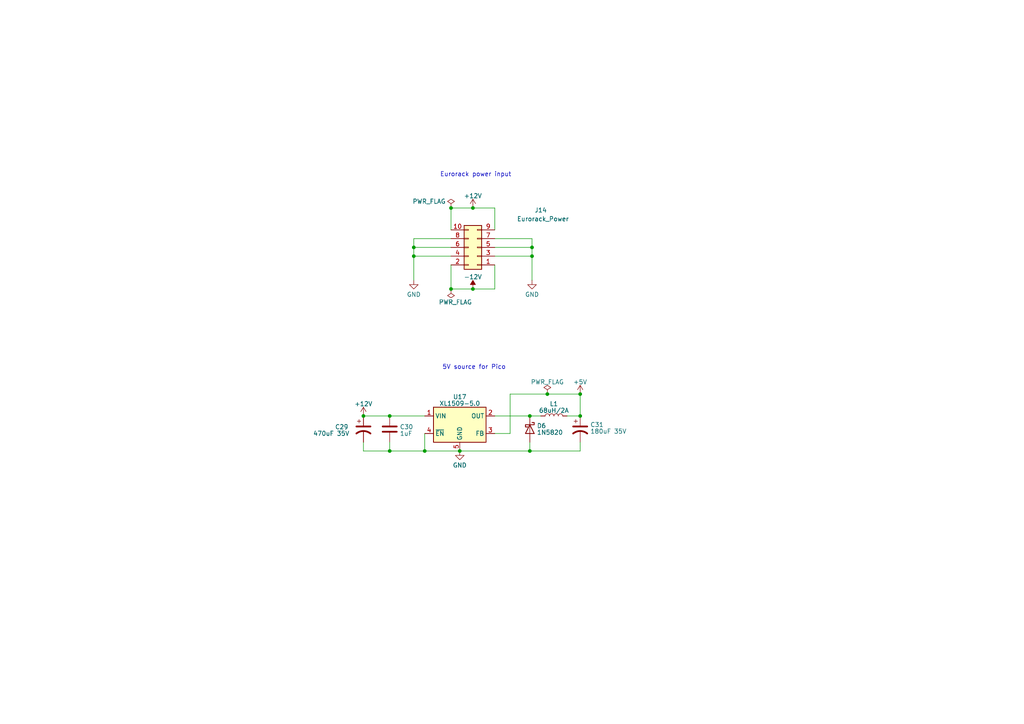
<source format=kicad_sch>
(kicad_sch (version 20230121) (generator eeschema)
  (paper "A4")
  (lib_symbols
    (symbol "Connector_Generic:Conn_02x05_Odd_Even" (pin_names (offset 1.016) hide)
      (property "Reference" "J" (at 1.27 7.62 0))
      (property "Value" "Conn_02x05_Odd_Even" (at 1.27 -7.62 0))
      (symbol "Conn_02x05_Odd_Even_1_1"
        (rectangle (start -1.27 -4.953) (end 0 -5.207) (stroke (width 0.1524)))
        (rectangle (start -1.27 -2.413) (end 0 -2.667) (stroke (width 0.1524)))
        (rectangle (start -1.27 0.127) (end 0 -0.127) (stroke (width 0.1524)))
        (rectangle (start -1.27 2.667) (end 0 2.413) (stroke (width 0.1524)))
        (rectangle (start -1.27 5.207) (end 0 4.953) (stroke (width 0.1524)))
        (rectangle (start -1.27 6.35) (end 3.81 -6.35) (stroke (width 0.254)) (fill (type background)))
        (rectangle (start 3.81 -4.953) (end 2.54 -5.207) (stroke (width 0.1524)))
        (rectangle (start 3.81 -2.413) (end 2.54 -2.667) (stroke (width 0.1524)))
        (rectangle (start 3.81 0.127) (end 2.54 -0.127) (stroke (width 0.1524)))
        (rectangle (start 3.81 2.667) (end 2.54 2.413) (stroke (width 0.1524)))
        (rectangle (start 3.81 5.207) (end 2.54 4.953) (stroke (width 0.1524)))
        (pin passive line (at -5.08 5.08 0) (length 3.81) (name "Pin_1") (number "1"))
        (pin passive line (at 7.62 -5.08 180) (length 3.81) (name "Pin_10") (number "10"))
        (pin passive line (at 7.62 5.08 180) (length 3.81) (name "Pin_2") (number "2"))
        (pin passive line (at -5.08 2.54 0) (length 3.81) (name "Pin_3") (number "3"))
        (pin passive line (at 7.62 2.54 180) (length 3.81) (name "Pin_4") (number "4"))
        (pin passive line (at -5.08 0 0) (length 3.81) (name "Pin_5") (number "5"))
        (pin passive line (at 7.62 0 180) (length 3.81) (name "Pin_6") (number "6"))
        (pin passive line (at -5.08 -2.54 0) (length 3.81) (name "Pin_7") (number "7"))
        (pin passive line (at 7.62 -2.54 180) (length 3.81) (name "Pin_8") (number "8"))
        (pin passive line (at -5.08 -5.08 0) (length 3.81) (name "Pin_9") (number "9"))
      )
    )
    (symbol "Device:C" (pin_numbers hide) (pin_names (offset 0.254))
      (property "Reference" "C" (at 0.635 2.54 0))
      (property "Value" "C" (at 0.635 -2.54 0))
      (symbol "C_0_1"
        (polyline (pts (xy -2.032 -0.762) (xy 2.032 -0.762)) (stroke (width 0.508)))
        (polyline (pts (xy -2.032 0.762) (xy 2.032 0.762)) (stroke (width 0.508)))
      )
      (symbol "C_1_1"
        (pin passive line (at 0 3.81 270) (length 2.794) (name "~") (number "1"))
        (pin passive line (at 0 -3.81 90) (length 2.794) (name "~") (number "2"))
      )
    )
    (symbol "Device:C_Polarized_US" (pin_numbers hide) (pin_names (offset 0.254) hide)
      (property "Reference" "C" (at 0.635 2.54 0))
      (property "Value" "C_Polarized_US" (at 0.635 -2.54 0))
      (symbol "C_Polarized_US_0_1"
        (polyline (pts (xy -2.032 0.762) (xy 2.032 0.762)) (stroke (width 0.508)))
        (polyline (pts (xy -1.778 2.286) (xy -0.762 2.286)))
        (polyline (pts (xy -1.27 1.778) (xy -1.27 2.794)))
        (arc (start 2.032 -1.27) (mid 0 -0.5572) (end -2.032 -1.27) (stroke (width 0.508)))
      )
      (symbol "C_Polarized_US_1_1"
        (pin passive line (at 0 3.81 270) (length 2.794) (name "~") (number "1"))
        (pin passive line (at 0 -3.81 90) (length 3.302) (name "~") (number "2"))
      )
    )
    (symbol "Device:L" (pin_numbers hide) (pin_names (offset 1.016) hide)
      (property "Reference" "L" (at -1.27 0 90))
      (property "Value" "L" (at 1.905 0 90))
      (symbol "L_0_1"
        (arc (start 0 -2.54) (mid 0.6323 -1.905) (end 0 -1.27))
        (arc (start 0 -1.27) (mid 0.6323 -0.635) (end 0 0))
        (arc (start 0 0) (mid 0.6323 0.635) (end 0 1.27))
        (arc (start 0 1.27) (mid 0.6323 1.905) (end 0 2.54))
      )
      (symbol "L_1_1"
        (pin passive line (at 0 3.81 270) (length 1.27) (name "1") (number "1"))
        (pin passive line (at 0 -3.81 90) (length 1.27) (name "2") (number "2"))
      )
    )
    (symbol "Diode:1N5820" (pin_numbers hide) (pin_names (offset 1.016) hide)
      (property "Reference" "D" (at 0 2.54 0))
      (property "Value" "1N5820" (at 0 -2.54 0))
      (symbol "1N5820_0_1"
        (polyline (pts (xy 1.27 0) (xy -1.27 0)))
        (polyline (pts (xy 1.27 1.27) (xy 1.27 -1.27) (xy -1.27 0) (xy 1.27 1.27)) (stroke (width 0.254)))
        (polyline (pts (xy -1.905 0.635) (xy -1.905 1.27) (xy -1.27 1.27) (xy -1.27 -1.27) (xy -0.635 -1.27) (xy -0.635 -0.635)) (stroke (width 0.254)))
      )
      (symbol "1N5820_1_1"
        (pin passive line (at -3.81 0 0) (length 2.54) (name "K") (number "1"))
        (pin passive line (at 3.81 0 180) (length 2.54) (name "A") (number "2"))
      )
    )
    (symbol "Regulator_Switching:XL1509-5.0"
      (property "Reference" "U" (at -7.112 6.096 0))
      (property "Value" "XL1509-5.0" (at 5.842 6.096 0))
      (symbol "XL1509-5.0_0_1"
        (rectangle (start -7.62 5.08) (end 7.62 -5.08) (stroke (width 0.254)) (fill (type background)))
      )
      (symbol "XL1509-5.0_1_1"
        (pin power_in line (at -10.16 2.54 0) (length 2.54) (name "VIN") (number "1"))
        (pin power_out line (at 10.16 2.54 180) (length 2.54) (name "OUT") (number "2"))
        (pin input line (at 10.16 -2.54 180) (length 2.54) (name "FB") (number "3"))
        (pin input line (at -10.16 -2.54 0) (length 2.54) (name "~{EN}") (number "4"))
        (pin power_in line (at 0 -7.62 90) (length 2.54) (name "GND") (number "5"))
        (pin passive line (at 0 -7.62 90) (length 2.54) hide (name "GND") (number "6"))
        (pin passive line (at 0 -7.62 90) (length 2.54) hide (name "GND") (number "7"))
        (pin passive line (at 0 -7.62 90) (length 2.54) hide (name "GND") (number "8"))
      )
    )
    (symbol "power:+12V" (power) (pin_names (offset 0))
      (property "Value" "+12V" (at 0 3.556 0))
      (symbol "+12V_0_1"
        (polyline (pts (xy -0.762 1.27) (xy 0 2.54)))
        (polyline (pts (xy 0 0) (xy 0 2.54)))
        (polyline (pts (xy 0 2.54) (xy 0.762 1.27)))
      )
      (symbol "+12V_1_1"
        (pin power_in line (at 0 0 90) (length 0) hide (name "+12V") (number "1"))
      )
    )
    (symbol "power:+5V" (power) (pin_names (offset 0))
      (property "Value" "+5V" (at 0 3.556 0))
      (symbol "+5V_0_1"
        (polyline (pts (xy -0.762 1.27) (xy 0 2.54)))
        (polyline (pts (xy 0 0) (xy 0 2.54)))
        (polyline (pts (xy 0 2.54) (xy 0.762 1.27)))
      )
      (symbol "+5V_1_1"
        (pin power_in line (at 0 0 90) (length 0) hide (name "+5V") (number "1"))
      )
    )
    (symbol "power:-12V" (power) (pin_names (offset 0))
      (property "Value" "-12V" (at 0 3.81 0))
      (symbol "-12V_0_0"
        (pin power_in line (at 0 0 90) (length 0) hide (name "-12V") (number "1"))
      )
      (symbol "-12V_0_1"
        (polyline (pts (xy 0 0) (xy 0 1.27) (xy 0.762 1.27) (xy 0 2.54) (xy -0.762 1.27) (xy 0 1.27)) (fill (type outline)))
      )
    )
    (symbol "power:GND" (power) (pin_names (offset 0))
      (property "Value" "GND" (at 0 -3.81 0))
      (symbol "GND_0_1"
        (polyline (pts (xy 0 0) (xy 0 -1.27) (xy 1.27 -1.27) (xy 0 -2.54) (xy -1.27 -1.27) (xy 0 -1.27)))
      )
      (symbol "GND_1_1"
        (pin power_in line (at 0 0 270) (length 0) hide (name "GND") (number "1"))
      )
    )
    (symbol "power:PWR_FLAG" (power) (pin_numbers hide) (pin_names (offset 0) hide)
      (property "Value" "PWR_FLAG" (at 0 3.81 0))
      (symbol "PWR_FLAG_0_0"
        (pin power_out line (at 0 0 90) (length 0) (name "pwr") (number "1"))
      )
      (symbol "PWR_FLAG_0_1"
        (polyline (pts (xy 0 0) (xy 0 1.27) (xy -1.016 1.905) (xy 0 2.54) (xy 1.016 1.905) (xy 0 1.27)))
      )
    )
  )
  (junction (at 168.275 114.3))
  (junction (at 153.67 120.65))
  (junction (at 120.015 71.755))
  (junction (at 123.19 130.81))
  (junction (at 130.81 83.82))
  (junction (at 154.305 71.755))
  (junction (at 153.67 130.81))
  (junction (at 137.16 83.82))
  (junction (at 105.41 120.65))
  (junction (at 154.305 74.295))
  (junction (at 158.75 114.3))
  (junction (at 137.16 60.325))
  (junction (at 113.03 120.65))
  (junction (at 133.35 130.81))
  (junction (at 120.015 74.295))
  (junction (at 113.03 130.81))
  (junction (at 168.275 120.65))
  (junction (at 130.81 60.325))
  (wire (pts (xy 113.03 120.65) (xy 123.19 120.65)))
  (wire (pts (xy 113.03 130.81) (xy 123.19 130.81)))
  (wire (pts (xy 147.955 114.3) (xy 147.955 125.73)))
  (wire (pts (xy 130.81 76.835) (xy 130.81 83.82)))
  (wire (pts (xy 143.51 83.82) (xy 143.51 76.835)))
  (wire (pts (xy 153.67 120.65) (xy 156.845 120.65)))
  (wire (pts (xy 143.51 71.755) (xy 154.305 71.755)))
  (wire (pts (xy 120.015 69.215) (xy 120.015 71.755)))
  (wire (pts (xy 120.015 74.295) (xy 120.015 81.28)))
  (wire (pts (xy 168.275 120.65) (xy 168.275 114.3)))
  (wire (pts (xy 113.03 128.27) (xy 113.03 130.81)))
  (wire (pts (xy 137.16 83.82) (xy 143.51 83.82)))
  (wire (pts (xy 137.16 60.325) (xy 143.51 60.325)))
  (wire (pts (xy 168.275 114.3) (xy 158.75 114.3)))
  (wire (pts (xy 130.81 69.215) (xy 120.015 69.215)))
  (wire (pts (xy 154.305 71.755) (xy 154.305 74.295)))
  (wire (pts (xy 105.41 128.27) (xy 105.41 130.81)))
  (wire (pts (xy 130.81 66.675) (xy 130.81 60.325)))
  (wire (pts (xy 158.75 114.3) (xy 147.955 114.3)))
  (wire (pts (xy 164.465 120.65) (xy 168.275 120.65)))
  (wire (pts (xy 154.305 74.295) (xy 154.305 81.28)))
  (wire (pts (xy 123.19 130.81) (xy 133.35 130.81)))
  (wire (pts (xy 154.305 69.215) (xy 154.305 71.755)))
  (wire (pts (xy 105.41 120.65) (xy 113.03 120.65)))
  (wire (pts (xy 123.19 125.73) (xy 123.19 130.81)))
  (wire (pts (xy 120.015 71.755) (xy 120.015 74.295)))
  (wire (pts (xy 153.67 130.81) (xy 168.275 130.81)))
  (wire (pts (xy 143.51 74.295) (xy 154.305 74.295)))
  (wire (pts (xy 130.81 71.755) (xy 120.015 71.755)))
  (wire (pts (xy 130.81 83.82) (xy 137.16 83.82)))
  (wire (pts (xy 153.67 130.81) (xy 153.67 128.27)))
  (wire (pts (xy 147.955 125.73) (xy 143.51 125.73)))
  (wire (pts (xy 143.51 69.215) (xy 154.305 69.215)))
  (wire (pts (xy 130.81 74.295) (xy 120.015 74.295)))
  (wire (pts (xy 105.41 130.81) (xy 113.03 130.81)))
  (wire (pts (xy 133.35 130.81) (xy 153.67 130.81)))
  (wire (pts (xy 168.275 130.81) (xy 168.275 128.27)))
  (wire (pts (xy 143.51 60.325) (xy 143.51 66.675)))
  (wire (pts (xy 143.51 120.65) (xy 153.67 120.65)))
  (wire (pts (xy 130.81 60.325) (xy 137.16 60.325)))
  (text "Eurorack power input" (at 127.635 51.435 0) (effects (font (size 1.27 1.27)) (justify left bottom)))
  (text "5V source for Pico" (at 128.27 107.315 0) (effects (font (size 1.27 1.27)) (justify left bottom)))
  (symbol (lib_id "power:PWR_FLAG") (at 158.75 114.3 0) (unit 1)
    (property "Reference" "#FLG05" (effects hide))
    (property "Value" "PWR_FLAG" (at 158.75 110.7981 0))
  )
  (symbol (lib_id "Device:C_Polarized_US") (at 105.41 124.46 0) (unit 1)
    (property "Reference" "C29" (at 97.155 123.825 0) (effects (justify left)))
    (property "Value" "470uF 35V" (at 90.805 125.73 0) (effects (justify left)))
    (property "Footprint" "Capacitor_THT:CP_Radial_D10.0mm_P5.00mm" (effects hide))
  )
  (symbol (lib_id "Device:C") (at 113.03 124.46 0) (unit 1)
    (property "Reference" "C30" (at 115.951 123.8163 0) (effects (justify left)))
    (property "Value" "1uF" (at 115.951 125.7373 0) (effects (justify left)))
    (property "Footprint" "Capacitor_SMD:C_0603_1608Metric" (effects hide))
  )
  (symbol (lib_id "power:GND") (at 120.015 81.28 0) (mirror y) (unit 1)
    (property "Reference" "#PWR075" (effects hide))
    (property "Value" "GND" (at 120.015 85.4155 0))
  )
  (symbol (lib_id "power:+5V") (at 168.275 114.3 0) (unit 1)
    (property "Reference" "#PWR080" (effects hide))
    (property "Value" "+5V" (at 168.275 110.7981 0))
  )
  (symbol (lib_id "Connector_Generic:Conn_02x05_Odd_Even") (at 138.43 71.755 180) (unit 1)
    (property "Reference" "J14" (at 156.845 60.96 0))
    (property "Value" "Eurorack_Power" (at 157.48 63.5 0))
    (property "Footprint" "Connector_IDC:IDC-Header_2x05_P2.54mm_Vertical" (effects hide))
  )
  (symbol (lib_id "power:GND") (at 154.305 81.28 0) (unit 1)
    (property "Reference" "#PWR079" (effects hide))
    (property "Value" "GND" (at 154.305 85.4155 0))
  )
  (symbol (lib_id "Device:L") (at 160.655 120.65 90) (unit 1)
    (property "Reference" "L1" (at 160.655 117.1347 90))
    (property "Value" "68uH/2A" (at 160.655 119.0557 90))
    (property "Footprint" "Inductor_THT:L_Radial_D8.7mm_P5.00mm_Fastron_07HCP" (effects hide))
  )
  (symbol (lib_id "power:PWR_FLAG") (at 130.81 83.82 0) (mirror x) (unit 1)
    (property "Reference" "#FLG04" (effects hide))
    (property "Value" "PWR_FLAG" (at 132.08 87.63 0))
  )
  (symbol (lib_id "power:PWR_FLAG") (at 130.81 60.325 0) (unit 1)
    (property "Reference" "#FLG03" (effects hide))
    (property "Value" "PWR_FLAG" (at 124.46 58.42 0))
  )
  (symbol (lib_id "power:+12V") (at 105.41 120.65 0) (unit 1)
    (property "Reference" "#PWR074" (effects hide))
    (property "Value" "+12V" (at 105.41 117.1481 0))
  )
  (symbol (lib_id "power:+12V") (at 137.16 60.325 0) (unit 1)
    (property "Reference" "#PWR077" (effects hide))
    (property "Value" "+12V" (at 137.16 56.8231 0))
  )
  (symbol (lib_id "Device:C_Polarized_US") (at 168.275 124.46 0) (unit 1)
    (property "Reference" "C31" (at 171.196 123.1813 0) (effects (justify left)))
    (property "Value" "180uF 35V" (at 171.196 125.1023 0) (effects (justify left)))
    (property "Footprint" "Capacitor_THT:CP_Radial_D10.0mm_P5.00mm" (effects hide))
  )
  (symbol (lib_id "power:GND") (at 133.35 130.81 0) (unit 1)
    (property "Reference" "#PWR076" (effects hide))
    (property "Value" "GND" (at 133.35 134.9455 0))
  )
  (symbol (lib_id "Regulator_Switching:XL1509-5.0") (at 133.35 123.19 0) (unit 1)
    (property "Reference" "U17" (at 133.35 115.1001 0))
    (property "Value" "XL1509-5.0" (at 133.35 117.0211 0))
    (property "Footprint" "Package_SO:SOIC-8_3.9x4.9mm_P1.27mm" (effects hide))
    (property "Datasheet" "https://datasheet.lcsc.com/lcsc/1809050422_XLSEMI-XL1509-5-0E1_C61063.pdf" (effects hide))
  )
  (symbol (lib_id "Diode:1N5820") (at 153.67 124.46 270) (unit 1)
    (property "Reference" "D6" (at 155.702 123.4988 90) (effects (justify left)))
    (property "Value" "1N5820" (at 155.702 125.4198 90) (effects (justify left)))
    (property "Footprint" "Diode_THT:D_DO-201AD_P15.24mm_Horizontal" (effects hide))
    (property "Datasheet" "http://www.vishay.com/docs/88526/1n5820.pdf" (effects hide))
  )
  (symbol (lib_id "power:-12V") (at 137.16 83.82 0) (unit 1)
    (property "Reference" "#PWR078" (effects hide))
    (property "Value" "-12V" (at 137.16 80.3181 0))
  )
)
</source>
